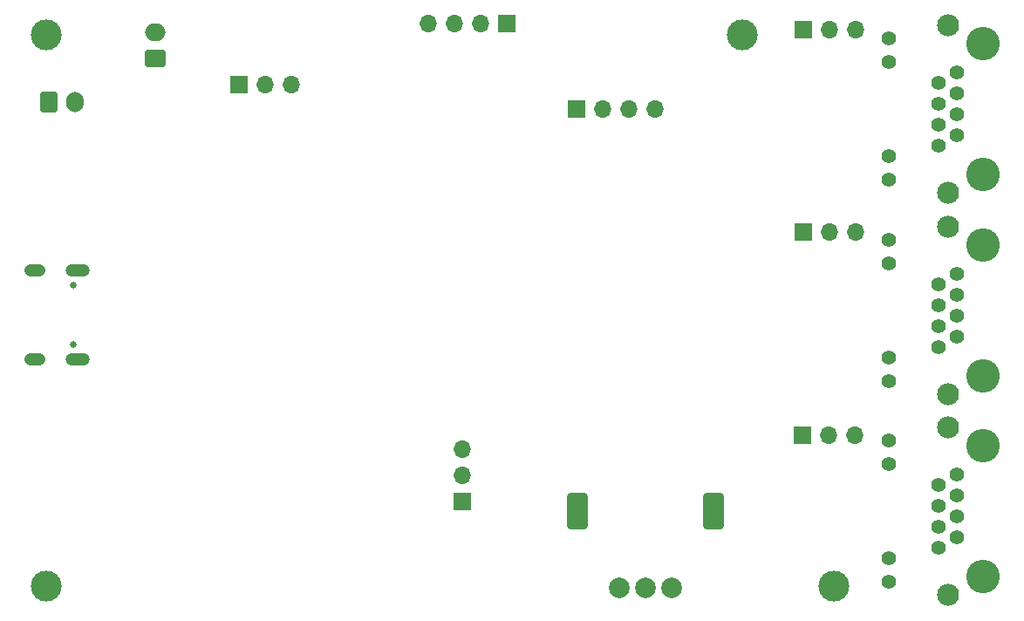
<source format=gbr>
%TF.GenerationSoftware,KiCad,Pcbnew,8.0.8*%
%TF.CreationDate,2026-01-13T22:42:20+09:00*%
%TF.ProjectId,robomas_f103_bridge_NHK2026,726f626f-6d61-4735-9f66-3130335f6272,rev?*%
%TF.SameCoordinates,Original*%
%TF.FileFunction,Soldermask,Bot*%
%TF.FilePolarity,Negative*%
%FSLAX46Y46*%
G04 Gerber Fmt 4.6, Leading zero omitted, Abs format (unit mm)*
G04 Created by KiCad (PCBNEW 8.0.8) date 2026-01-13 22:42:20*
%MOMM*%
%LPD*%
G01*
G04 APERTURE LIST*
G04 Aperture macros list*
%AMRoundRect*
0 Rectangle with rounded corners*
0 $1 Rounding radius*
0 $2 $3 $4 $5 $6 $7 $8 $9 X,Y pos of 4 corners*
0 Add a 4 corners polygon primitive as box body*
4,1,4,$2,$3,$4,$5,$6,$7,$8,$9,$2,$3,0*
0 Add four circle primitives for the rounded corners*
1,1,$1+$1,$2,$3*
1,1,$1+$1,$4,$5*
1,1,$1+$1,$6,$7*
1,1,$1+$1,$8,$9*
0 Add four rect primitives between the rounded corners*
20,1,$1+$1,$2,$3,$4,$5,0*
20,1,$1+$1,$4,$5,$6,$7,0*
20,1,$1+$1,$6,$7,$8,$9,0*
20,1,$1+$1,$8,$9,$2,$3,0*%
G04 Aperture macros list end*
%ADD10R,1.700000X1.700000*%
%ADD11O,1.700000X1.700000*%
%ADD12C,3.000000*%
%ADD13RoundRect,0.250000X-0.750000X-1.500000X0.750000X-1.500000X0.750000X1.500000X-0.750000X1.500000X0*%
%ADD14C,2.000000*%
%ADD15RoundRect,0.250000X-0.600000X-0.750000X0.600000X-0.750000X0.600000X0.750000X-0.600000X0.750000X0*%
%ADD16O,1.700000X2.000000*%
%ADD17C,3.251200*%
%ADD18C,1.397000*%
%ADD19C,2.133600*%
%ADD20C,0.650000*%
%ADD21O,2.354000X1.254000*%
%ADD22O,2.054000X1.254000*%
%ADD23RoundRect,0.250000X0.750000X-0.600000X0.750000X0.600000X-0.750000X0.600000X-0.750000X-0.600000X0*%
%ADD24O,2.000000X1.700000*%
G04 APERTURE END LIST*
D10*
%TO.C,J8*%
X101659000Y-27772000D03*
D11*
X104199000Y-27772000D03*
X106739000Y-27772000D03*
%TD*%
D12*
%TO.C,REF\u002A\u002A*%
X28250000Y-28250000D03*
%TD*%
D13*
%TO.C,SW10*%
X79739800Y-74446800D03*
X92939800Y-74446800D03*
D14*
X83799800Y-81946800D03*
X88879800Y-81946800D03*
X86339800Y-81946800D03*
%TD*%
D15*
%TO.C,J16*%
X28500000Y-34800000D03*
D16*
X31000000Y-34800000D03*
%TD*%
D10*
%TO.C,J7*%
X46955000Y-33050000D03*
D11*
X49495000Y-33050000D03*
X52035000Y-33050000D03*
%TD*%
D17*
%TO.C,J1*%
X119179000Y-41828000D03*
X119179000Y-29128000D03*
D18*
X116639000Y-31922000D03*
X114861000Y-32938000D03*
X116639000Y-33954000D03*
X114861000Y-34970000D03*
X116639000Y-35986000D03*
X114861000Y-37002000D03*
X116639000Y-38018000D03*
X114861000Y-39034000D03*
X110035000Y-28620000D03*
X110035000Y-30906000D03*
X110035000Y-40050000D03*
X110035000Y-42336000D03*
D19*
X115750000Y-43606000D03*
X115750000Y-27350000D03*
%TD*%
D20*
%TO.C,J11*%
X30798600Y-52539200D03*
X30798600Y-58319200D03*
D21*
X31298600Y-51109200D03*
X31298600Y-59749200D03*
D22*
X27118600Y-51109200D03*
X27118600Y-59749200D03*
%TD*%
D12*
%TO.C,REF\u002A\u002A*%
X28250000Y-81750000D03*
%TD*%
D17*
%TO.C,J2*%
X119163000Y-61350000D03*
X119163000Y-48650000D03*
D18*
X116623000Y-51444000D03*
X114845000Y-52460000D03*
X116623000Y-53476000D03*
X114845000Y-54492000D03*
X116623000Y-55508000D03*
X114845000Y-56524000D03*
X116623000Y-57540000D03*
X114845000Y-58556000D03*
X110019000Y-48142000D03*
X110019000Y-50428000D03*
X110019000Y-59572000D03*
X110019000Y-61858000D03*
D19*
X115734000Y-63128000D03*
X115734000Y-46872000D03*
%TD*%
D10*
%TO.C,J5*%
X72900000Y-27125000D03*
D11*
X70360000Y-27125000D03*
X67820000Y-27125000D03*
X65280000Y-27125000D03*
%TD*%
D12*
%TO.C,REF\u002A\u002A*%
X95800000Y-28250000D03*
%TD*%
D17*
%TO.C,J3*%
X119168000Y-80856000D03*
X119168000Y-68156000D03*
D18*
X116628000Y-70950000D03*
X114850000Y-71966000D03*
X116628000Y-72982000D03*
X114850000Y-73998000D03*
X116628000Y-75014000D03*
X114850000Y-76030000D03*
X116628000Y-77046000D03*
X114850000Y-78062000D03*
X110024000Y-67648000D03*
X110024000Y-69934000D03*
X110024000Y-79078000D03*
X110024000Y-81364000D03*
D19*
X115739000Y-82634000D03*
X115739000Y-66378000D03*
%TD*%
D10*
%TO.C,J10*%
X101648000Y-67140000D03*
D11*
X104188000Y-67140000D03*
X106728000Y-67140000D03*
%TD*%
D23*
%TO.C,J6*%
X38825000Y-30500000D03*
D24*
X38825000Y-28000000D03*
%TD*%
D12*
%TO.C,REF\u002A\u002A*%
X104650000Y-81750000D03*
%TD*%
D10*
%TO.C,J4*%
X79650000Y-35425000D03*
D11*
X82190000Y-35425000D03*
X84730000Y-35425000D03*
X87270000Y-35425000D03*
%TD*%
D10*
%TO.C,J15*%
X68561000Y-73575200D03*
D11*
X68561000Y-71035200D03*
X68561000Y-68495200D03*
%TD*%
D10*
%TO.C,J9*%
X101682000Y-47398000D03*
D11*
X104222000Y-47398000D03*
X106762000Y-47398000D03*
%TD*%
M02*

</source>
